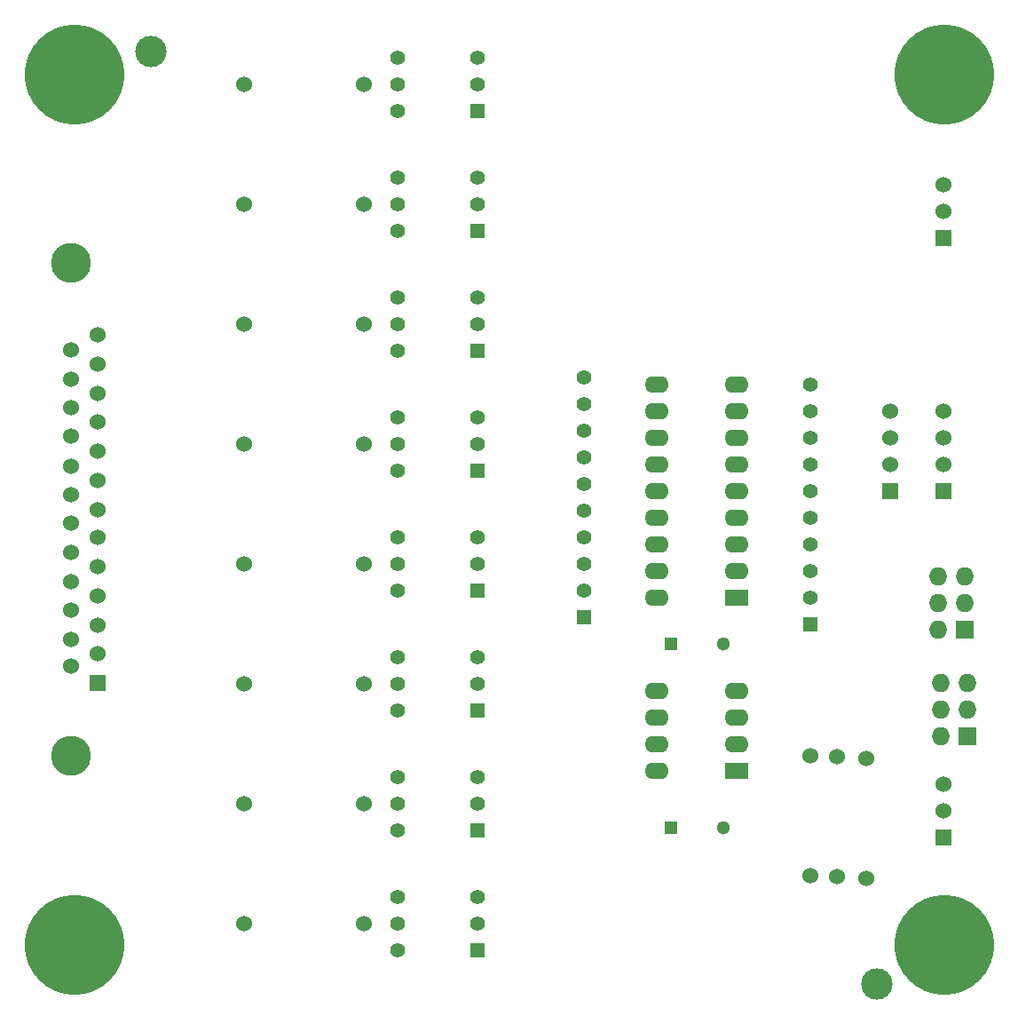
<source format=gts>
G04 #@! TF.FileFunction,Soldermask,Top*
%FSLAX46Y46*%
G04 Gerber Fmt 4.6, Leading zero omitted, Abs format (unit mm)*
G04 Created by KiCad (PCBNEW (after 2015-mar-04 BZR unknown)-product) date 5/17/2015 1:35:56 PM*
%MOMM*%
G01*
G04 APERTURE LIST*
%ADD10C,0.150000*%
%ADD11C,1.524000*%
%ADD12R,1.397000X1.397000*%
%ADD13C,1.397000*%
%ADD14C,9.525000*%
%ADD15C,3.000000*%
%ADD16R,1.524000X1.524000*%
%ADD17C,3.810000*%
%ADD18R,1.727200X1.727200*%
%ADD19O,1.727200X1.727200*%
%ADD20R,1.300000X1.300000*%
%ADD21C,1.300000*%
%ADD22R,2.286000X1.574800*%
%ADD23O,2.286000X1.574800*%
G04 APERTURE END LIST*
D10*
D11*
X43655000Y-16985000D03*
X32225000Y-16985000D03*
X43655000Y-28415000D03*
X32225000Y-28415000D03*
X43655000Y-39845000D03*
X32225000Y-39845000D03*
X43655000Y-51275000D03*
X32225000Y-51275000D03*
X43655000Y-62705000D03*
X32225000Y-62705000D03*
X43655000Y-74135000D03*
X32225000Y-74135000D03*
X43655000Y-96995000D03*
X32225000Y-96995000D03*
X43655000Y-85565000D03*
X32225000Y-85565000D03*
D12*
X54450000Y-99535000D03*
D13*
X54450000Y-96995000D03*
X54450000Y-94455000D03*
X46830000Y-94455000D03*
X46830000Y-96995000D03*
X46830000Y-99535000D03*
D12*
X54450000Y-19525000D03*
D13*
X54450000Y-16985000D03*
X54450000Y-14445000D03*
X46830000Y-14445000D03*
X46830000Y-16985000D03*
X46830000Y-19525000D03*
D12*
X54450000Y-30955000D03*
D13*
X54450000Y-28415000D03*
X54450000Y-25875000D03*
X46830000Y-25875000D03*
X46830000Y-28415000D03*
X46830000Y-30955000D03*
D12*
X54450000Y-42385000D03*
D13*
X54450000Y-39845000D03*
X54450000Y-37305000D03*
X46830000Y-37305000D03*
X46830000Y-39845000D03*
X46830000Y-42385000D03*
D12*
X54450000Y-53815000D03*
D13*
X54450000Y-51275000D03*
X54450000Y-48735000D03*
X46830000Y-48735000D03*
X46830000Y-51275000D03*
X46830000Y-53815000D03*
D12*
X54450000Y-65245000D03*
D13*
X54450000Y-62705000D03*
X54450000Y-60165000D03*
X46830000Y-60165000D03*
X46830000Y-62705000D03*
X46830000Y-65245000D03*
D12*
X54450000Y-76675000D03*
D13*
X54450000Y-74135000D03*
X54450000Y-71595000D03*
X46830000Y-71595000D03*
X46830000Y-74135000D03*
X46830000Y-76675000D03*
D12*
X54450000Y-88105000D03*
D13*
X54450000Y-85565000D03*
X54450000Y-83025000D03*
X46830000Y-83025000D03*
X46830000Y-85565000D03*
X46830000Y-88105000D03*
D14*
X16000000Y-16000000D03*
X99000000Y-16000000D03*
X16000000Y-99000000D03*
X99000000Y-99000000D03*
D15*
X23335000Y-13810000D03*
X92550000Y-102710000D03*
D16*
X98900000Y-55720000D03*
D11*
X98900000Y-53180000D03*
X98900000Y-50640000D03*
X98900000Y-48100000D03*
D17*
X15730000Y-34005000D03*
X15730000Y-80995000D03*
D16*
X18270000Y-74010000D03*
D11*
X18270000Y-71216000D03*
X18270000Y-68549000D03*
X18270000Y-65755000D03*
X18270000Y-62961000D03*
X18270000Y-60167000D03*
X18270000Y-57500000D03*
X18270000Y-54706000D03*
X18270000Y-51912000D03*
X18270000Y-49118000D03*
X18270000Y-46451000D03*
X18270000Y-43657000D03*
X18270000Y-40863000D03*
X15730000Y-72435200D03*
X15730000Y-69895200D03*
X15730000Y-67101200D03*
X15730000Y-64358000D03*
X15730000Y-61614800D03*
X15730000Y-58820800D03*
X15730000Y-56077600D03*
X15730000Y-53334400D03*
X15730000Y-50489600D03*
X15730000Y-47797200D03*
X15730000Y-45054000D03*
X15730000Y-42260000D03*
D12*
X64610000Y-67785000D03*
D13*
X64610000Y-65245000D03*
X64610000Y-62705000D03*
X64610000Y-60165000D03*
X64610000Y-57625000D03*
X64610000Y-55085000D03*
X64610000Y-52545000D03*
X64610000Y-50005000D03*
X64610000Y-47465000D03*
X64610000Y-44925000D03*
D12*
X86200000Y-68420000D03*
D13*
X86200000Y-65880000D03*
X86200000Y-63340000D03*
X86200000Y-60800000D03*
X86200000Y-58260000D03*
X86200000Y-55720000D03*
X86200000Y-53180000D03*
X86200000Y-50640000D03*
X86200000Y-48100000D03*
X86200000Y-45560000D03*
D16*
X93820000Y-55720000D03*
D11*
X93820000Y-53180000D03*
X93820000Y-50640000D03*
X93820000Y-48100000D03*
D16*
X98900000Y-31590000D03*
D11*
X98900000Y-29050000D03*
X98900000Y-26510000D03*
D16*
X98900000Y-88740000D03*
D11*
X98900000Y-86200000D03*
X98900000Y-83660000D03*
X88740000Y-81056500D03*
X88740000Y-92486500D03*
X91534000Y-81183500D03*
X91534000Y-92613500D03*
X86200000Y-80993000D03*
X86200000Y-92423000D03*
D18*
X100932000Y-68928000D03*
D19*
X98392000Y-68928000D03*
X100932000Y-66388000D03*
X98392000Y-66388000D03*
X100932000Y-63848000D03*
X98392000Y-63848000D03*
D18*
X101186000Y-79088000D03*
D19*
X98646000Y-79088000D03*
X101186000Y-76548000D03*
X98646000Y-76548000D03*
X101186000Y-74008000D03*
X98646000Y-74008000D03*
D20*
X72964000Y-70264000D03*
D21*
X77964000Y-70264000D03*
D20*
X72964000Y-87790000D03*
D21*
X77964000Y-87790000D03*
D22*
X79215000Y-65880000D03*
D23*
X79215000Y-63340000D03*
X79215000Y-60800000D03*
X79215000Y-58260000D03*
X79215000Y-55720000D03*
X79215000Y-53180000D03*
X79215000Y-50640000D03*
X79215000Y-48100000D03*
X79215000Y-45560000D03*
X71595000Y-45560000D03*
X71595000Y-48100000D03*
X71595000Y-50640000D03*
X71595000Y-53180000D03*
X71595000Y-55720000D03*
X71595000Y-58260000D03*
X71595000Y-60800000D03*
X71595000Y-63340000D03*
X71595000Y-65880000D03*
D22*
X79215000Y-82390000D03*
D23*
X79215000Y-79850000D03*
X79215000Y-77310000D03*
X79215000Y-74770000D03*
X71595000Y-74770000D03*
X71595000Y-77310000D03*
X71595000Y-79850000D03*
X71595000Y-82390000D03*
M02*

</source>
